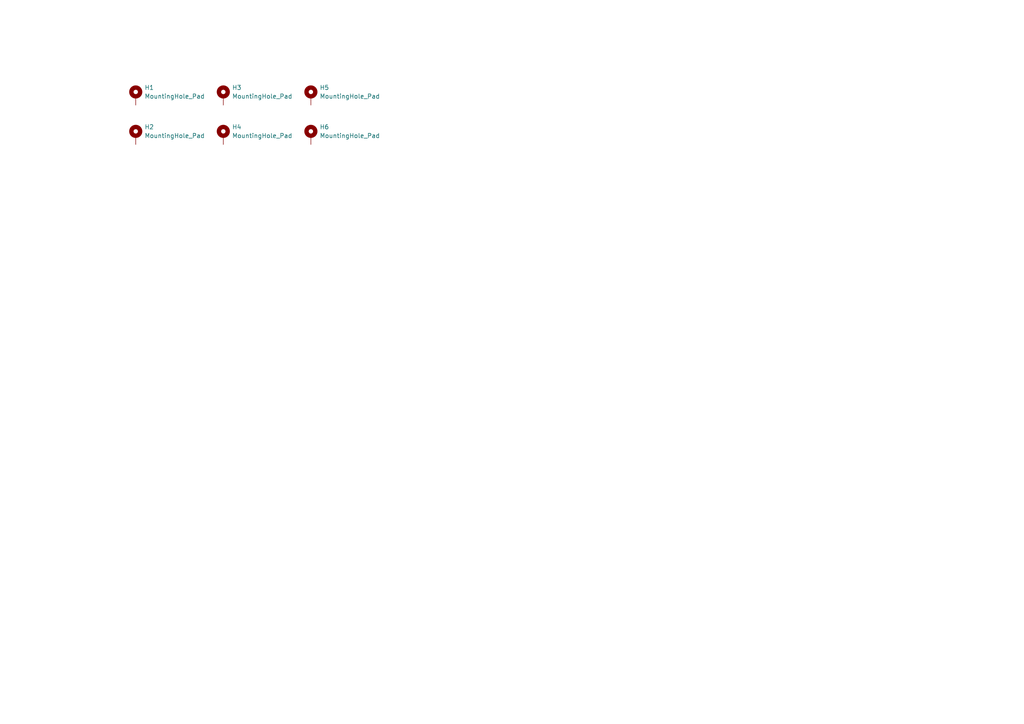
<source format=kicad_sch>
(kicad_sch (version 20231120) (generator "eeschema") (generator_version "8.0")
  (paper "A4")
  (lib_symbols
    (symbol "Mechanical:MountingHole_Pad" (pin_numbers hide) (pin_names (offset 1.016) hide) (exclude_from_sim yes) (in_bom no)
      (property "Reference" "H" (at 0 6.35 0))
      (property "Value" "MountingHole_Pad" (at 0 4.445 0))
      (symbol "MountingHole_Pad_0_1"
        (circle (center 0 1.27) (radius 1.27) (stroke (width 1.27)))
      )
      (symbol "MountingHole_Pad_1_1"
        (pin input line (at 0 -2.54 90) (length 2.54) (name "1") (number "1"))
      )
    )
  )
  (symbol (lib_id "Mechanical:MountingHole_Pad") (at 39.37 39.37 0) (unit 1) (exclude_from_sim yes) (in_bom no)
    (property "Reference" "H2" (at 41.91 36.8299 0) (effects (justify left)))
    (property "Value" "MountingHole_Pad" (at 41.91 39.3699 0) (effects (justify left)))
    (property "Footprint" "MountingHole:MountingHole_3.5mm" (effects (hide yes)))
    (property "Description" "Mounting Hole with connection" (effects (hide yes)))
  )
  (symbol (lib_id "Mechanical:MountingHole_Pad") (at 90.17 27.94 0) (unit 1) (exclude_from_sim yes) (in_bom no)
    (property "Reference" "H5" (at 92.71 25.3999 0) (effects (justify left)))
    (property "Value" "MountingHole_Pad" (at 92.71 27.9399 0) (effects (justify left)))
    (property "Footprint" "MountingHole:MountingHole_3.5mm" (effects (hide yes)))
    (property "Description" "Mounting Hole with connection" (effects (hide yes)))
  )
  (symbol (lib_id "Mechanical:MountingHole_Pad") (at 90.17 39.37 0) (unit 1) (exclude_from_sim yes) (in_bom no)
    (property "Reference" "H6" (at 92.71 36.8299 0) (effects (justify left)))
    (property "Value" "MountingHole_Pad" (at 92.71 39.3699 0) (effects (justify left)))
    (property "Footprint" "MountingHole:MountingHole_3.5mm" (effects (hide yes)))
    (property "Description" "Mounting Hole with connection" (effects (hide yes)))
  )
  (symbol (lib_id "Mechanical:MountingHole_Pad") (at 39.37 27.94 0) (unit 1) (exclude_from_sim yes) (in_bom no)
    (property "Reference" "H1" (at 41.91 25.3999 0) (effects (justify left)))
    (property "Value" "MountingHole_Pad" (at 41.91 27.9399 0) (effects (justify left)))
    (property "Footprint" "MountingHole:MountingHole_3.5mm" (effects (hide yes)))
    (property "Description" "Mounting Hole with connection" (effects (hide yes)))
  )
  (symbol (lib_id "Mechanical:MountingHole_Pad") (at 64.77 27.94 0) (unit 1) (exclude_from_sim yes) (in_bom no)
    (property "Reference" "H3" (at 67.31 25.3999 0) (effects (justify left)))
    (property "Value" "MountingHole_Pad" (at 67.31 27.9399 0) (effects (justify left)))
    (property "Footprint" "MountingHole:MountingHole_3.5mm" (effects (hide yes)))
    (property "Description" "Mounting Hole with connection" (effects (hide yes)))
  )
  (symbol (lib_id "Mechanical:MountingHole_Pad") (at 64.77 39.37 0) (unit 1) (exclude_from_sim yes) (in_bom no)
    (property "Reference" "H4" (at 67.31 36.8299 0) (effects (justify left)))
    (property "Value" "MountingHole_Pad" (at 67.31 39.3699 0) (effects (justify left)))
    (property "Footprint" "MountingHole:MountingHole_3.5mm" (effects (hide yes)))
    (property "Description" "Mounting Hole with connection" (effects (hide yes)))
  )
)
</source>
